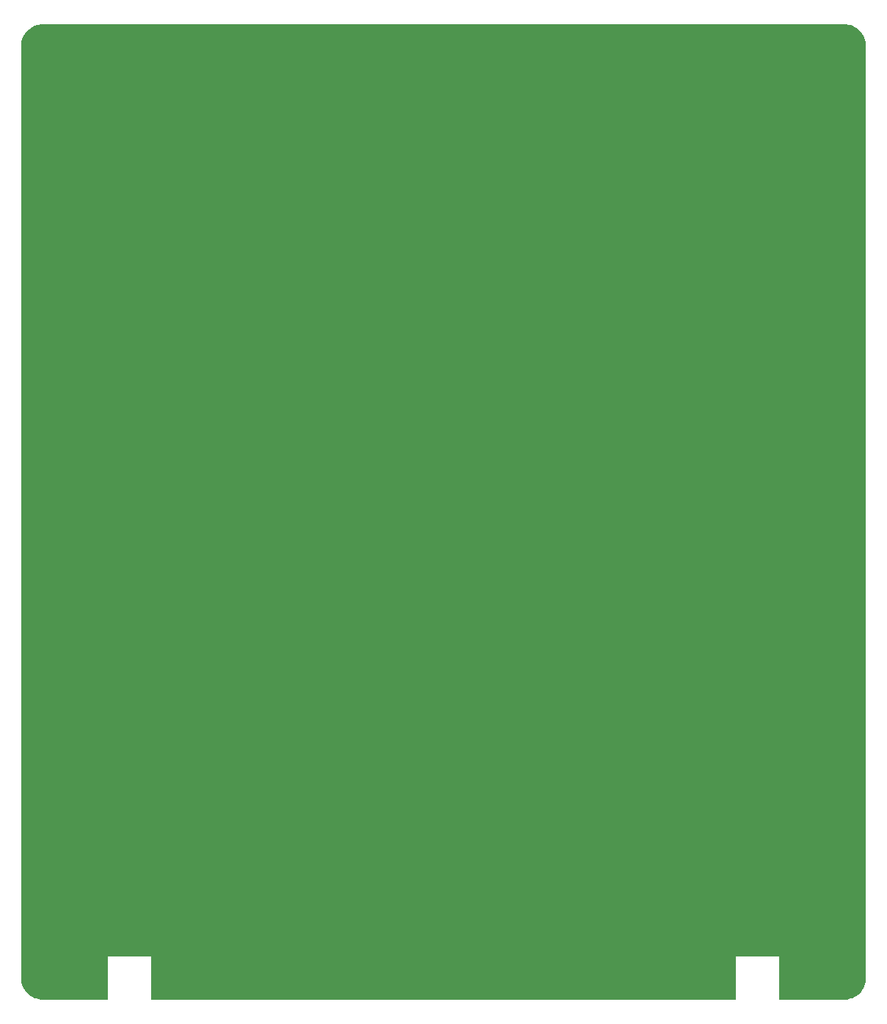
<source format=gbr>
G04 DipTrace 3.1.0.1*
G04 Panal-PCB-rev2-route-component2.Board.gbr*
%MOIN*%
G04 #@! TF.FileFunction,Drawing,Board polygon*
G04 #@! TF.Part,Single*
%FSLAX26Y26*%
G04*
G70*
G90*
G75*
G01*
G04 BoardPoly*
%LPD*%
G36*
X3641969Y394016D2*
X984646D1*
Y590984D1*
X787598D1*
Y394016D1*
X590866D1*
X548163D1*
X541877D1*
X536063D1*
X514304D1*
X509042D1*
X504147D1*
X498898D1*
X492441D1*
X482795Y394488D1*
X473228Y395906D1*
X463858Y398268D1*
X455433Y401260D1*
X454764Y401496D1*
X446063Y405630D1*
X437756Y410591D1*
X430000Y416378D1*
X422835Y422835D1*
X416378Y430000D1*
X410591Y437756D1*
X406142Y445197D1*
X405630Y446063D1*
X401496Y454764D1*
X398268Y463858D1*
X395906Y473228D1*
X394488Y482795D1*
X394016Y492441D1*
Y525827D1*
Y590866D1*
Y4724724D1*
X394488Y4734370D1*
X395906Y4743937D1*
X398268Y4753307D1*
X401496Y4762402D1*
X405630Y4771102D1*
X410591Y4779409D1*
X416339Y4787165D1*
X422835Y4794331D1*
X430000Y4800827D1*
X437756Y4806575D1*
X446063Y4811535D1*
X454764Y4815669D1*
X455433Y4815906D1*
X463858Y4818898D1*
X473228Y4821260D1*
X482795Y4822677D1*
X492441Y4823150D1*
X536063D1*
X590866D1*
X4035748D1*
X4134173D1*
X4143819Y4822677D1*
X4153386Y4821260D1*
X4162756Y4818898D1*
X4164409Y4818320D1*
X4171850Y4815669D1*
X4180551Y4811535D1*
X4188858Y4806575D1*
X4196614Y4800787D1*
X4203780Y4794331D1*
X4210276Y4787165D1*
X4216024Y4779409D1*
X4220984Y4771102D1*
X4225118Y4762402D1*
X4228346Y4753307D1*
X4230709Y4743937D1*
X4232126Y4734370D1*
X4232598Y4724724D1*
Y4718583D1*
Y4626299D1*
Y590866D1*
Y561824D1*
Y554659D1*
Y548058D1*
Y541877D1*
Y535919D1*
Y530262D1*
Y525827D1*
Y509055D1*
Y504160D1*
Y498898D1*
Y492441D1*
X4232126Y482795D1*
X4230709Y473228D1*
X4228346Y463858D1*
X4225118Y454764D1*
X4220984Y446063D1*
X4220459Y445197D1*
X4216024Y437756D1*
X4210276Y430000D1*
X4203780Y422835D1*
X4196614Y416339D1*
X4188858Y410591D1*
X4180591Y405630D1*
X4171850Y401496D1*
X4164409Y398858D1*
X4162756Y398268D1*
X4153386Y395906D1*
X4143819Y394488D1*
X4134173Y394016D1*
X4035748D1*
X3838976D1*
Y590984D1*
X3641969D1*
Y394016D1*
G37*
M02*

</source>
